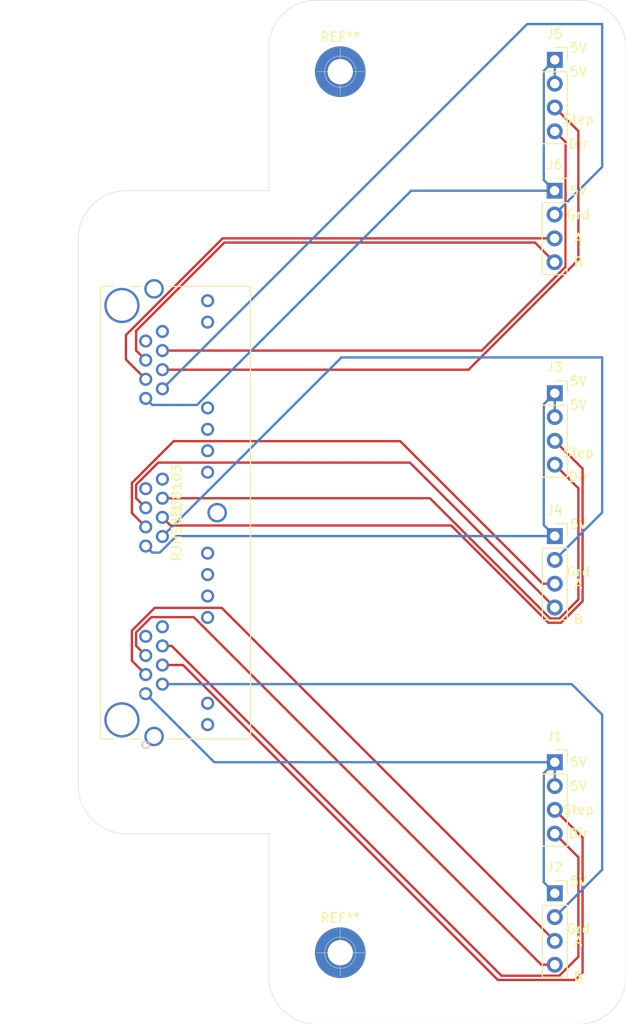
<source format=kicad_pcb>
(kicad_pcb (version 20220331) (generator pcbnew)
  (layers (0 "F.Cu" signal) (31 "B.Cu" signal) (34 "B.Paste" user) (35 "F.Paste" user) (36 "B.SilkS" user "B.Silkscreen") (37 "F.SilkS" user "F.Silkscreen") (38 "B.Mask" user) (39 "F.Mask" user) (44 "Edge.Cuts" user))
  (net 0 "")
  (net 1 "Net-(J1-Pin_1)")
  (net 2 "Net-(J1-Pin_3)")
  (net 3 "Net-(J1-Pin_4)")
  (net 4 "Net-(J2-Pin_2)")
  (net 5 "Net-(J2-Pin_3)")
  (net 6 "Net-(J2-Pin_4)")
  (net 7 "Net-(J3-Pin_1)")
  (net 8 "Net-(J3-Pin_3)")
  (net 9 "Net-(J3-Pin_4)")
  (net 10 "Net-(J4-Pin_2)")
  (net 11 "Net-(J4-Pin_3)")
  (net 12 "Net-(J4-Pin_4)")
  (net 13 "Net-(J5-Pin_1)")
  (net 14 "Net-(J5-Pin_3)")
  (net 15 "Net-(J5-Pin_4)")
  (net 16 "Net-(J6-Pin_2)")
  (net 17 "Net-(J6-Pin_3)")
  (net 18 "Net-(J6-Pin_4)")
  (footprint "footprints:RJHSE538103" (layer "F.Cu") (at 78.309001 91.751291 90)
    (fp_text reference "U1" (at 19.309989 3.299999 90) (layer "F.SilkS"))
    (fp_text value "RJHSE538103" (at 19.309989 3.299999 90) (layer "F.SilkS"))
    (fp_text user "*" (at 0 0 90) (layer "F.SilkS"))
    (fp_circle (center -5.455011 0) (end -5.074011 0) (stroke (width 0.12)) (fill none) (layer "B.SilkS"))
    (fp_line (start -4.820011 -4.827001) (end -4.820011 -3.419504) (stroke (width 0.12)) (layer "F.SilkS"))
    (fp_line (start -4.820011 -1.660501) (end -4.820011 -0.460266) (stroke (width 0.12)) (layer "F.SilkS"))
    (fp_line (start -4.820011 2.240278) (end -4.820011 11.174999) (stroke (width 0.12)) (layer "F.SilkS"))
    (fp_line (start -4.820011 11.174999) (end 43.439989 11.174999) (stroke (width 0.12)) (layer "F.SilkS"))
    (fp_line (start 43.439989 -4.827001) (end -4.820011 -4.827001) (stroke (width 0.12)) (layer "F.SilkS"))
    (fp_line (start 43.439989 -3.419504) (end 43.439989 -4.827001) (stroke (width 0.12)) (layer "F.SilkS"))
    (fp_line (start 43.439989 -0.460266) (end 43.439989 -1.660501) (stroke (width 0.12)) (layer "F.SilkS"))
    (fp_line (start 43.439989 11.174999) (end 43.439989 2.240278) (stroke (width 0.12)) (layer "F.SilkS"))
    (fp_arc (start -5.836011 -0.000538) (mid -5.724419 -0.269408) (end -5.455549 -0.381) (stroke (width 0.12)) (layer "F.SilkS"))
    (pad "1" thru_hole circle locked (at -0.000001 0 90) (size 1.397 1.397) (drill 0.889) (layers *.Cu *.Mask) (net 1 "Net-(J1-Pin_1)"))
    (pad "2" thru_hole circle locked (at 1.02 1.780032 90) (size 1.397 1.397) (drill 0.889) (layers *.Cu *.Mask) (net 4 "Net-(J2-Pin_2)"))
    (pad "3" thru_hole circle locked (at 2.04 0 90) (size 1.397 1.397) (drill 0.889) (layers *.Cu *.Mask) (net 5 "Net-(J2-Pin_3)"))
    (pad "4" thru_hole circle locked (at 3.060001 1.780032 90) (size 1.397 1.397) (drill 0.889) (layers *.Cu *.Mask) (net 2 "Net-(J1-Pin_3)"))
    (pad "5" thru_hole circle locked (at 4.079999 0 90) (size 1.397 1.397) (drill 0.889) (layers *.Cu *.Mask) (net 6 "Net-(J2-Pin_4)"))
    (pad "6" thru_hole circle locked (at 5.099999 1.780032 90) (size 1.397 1.397) (drill 0.889) (layers *.Cu *.Mask) (net 3 "Net-(J1-Pin_4)"))
    (pad "7" thru_hole circle locked (at 6.12 0 90) (size 1.397 1.397) (drill 0.889) (layers *.Cu *.Mask))
    (pad "8" thru_hole circle locked (at 7.14 1.780032 90) (size 1.397 1.397) (drill 0.889) (layers *.Cu *.Mask))
    (pad "9" thru_hole circle locked (at -3.299994 6.599997 90) (size 1.397 1.397) (drill 0.889) (layers *.Cu *.Mask))
    (pad "10" thru_hole circle locked (at -1.013994 6.599997 90) (size 1.397 1.397) (drill 0.889) (layers *.Cu *.Mask))
    (pad "11" thru_hole circle locked (at 8.134005 6.599997 90) (size 1.397 1.397) (drill 0.889) (layers *.Cu *.Mask))
    (pad "12" thru_hole circle locked (at 10.420005 6.599997 90) (size 1.397 1.397) (drill 0.889) (layers *.Cu *.Mask))
    (pad "13" thru_hole circle locked (at 12.706002 6.599997 90) (size 1.397 1.397) (drill 0.889) (layers *.Cu *.Mask))
    (pad "14" thru_hole circle locked (at 14.992002 6.599997 90) (size 1.397 1.397) (drill 0.889) (layers *.Cu *.Mask))
    (pad "15" thru_hole circle locked (at 15.75 0 90) (size 1.397 1.397) (drill 0.889) (layers *.Cu *.Mask) (net 7 "Net-(J3-Pin_1)"))
    (pad "16" thru_hole circle locked (at 16.77 1.780032 90) (size 1.397 1.397) (drill 0.889) (layers *.Cu *.Mask) (net 10 "Net-(J4-Pin_2)"))
    (pad "17" thru_hole circle locked (at 17.790001 0 90) (size 1.397 1.397) (drill 0.889) (layers *.Cu *.Mask) (net 11 "Net-(J4-Pin_3)"))
    (pad "18" thru_hole circle locked (at 18.810001 1.780032 90) (size 1.397 1.397) (drill 0.889) (layers *.Cu *.Mask) (net 8 "Net-(J3-Pin_3)"))
    (pad "19" thru_hole circle locked (at 19.829999 0 90) (size 1.397 1.397) (drill 0.889) (layers *.Cu *.Mask) (net 12 "Net-(J4-Pin_4)"))
    (pad "20" thru_hole circle locked (at 20.85 1.780032 90) (size 1.397 1.397) (drill 0.889) (layers *.Cu *.Mask) (net 9 "Net-(J3-Pin_4)"))
    (pad "21" thru_hole circle locked (at 21.87 0 90) (size 1.397 1.397) (drill 0.889) (layers *.Cu *.Mask))
    (pad "22" thru_hole circle locked (at 22.890001 1.780032 90) (size 1.397 1.397) (drill 0.889) (layers *.Cu *.Mask))
    (pad "23" thru_hole circle locked (at 23.627954 6.599997 90) (size 1.397 1.397) (drill 0.889) (layers *.Cu *.Mask))
    (pad "24" thru_hole circle locked (at 25.913954 6.599997 90) (size 1.397 1.397) (drill 0.889) (layers *.Cu *.Mask))
    (pad "25" thru_hole circle locked (at 28.199952 6.599997 90) (size 1.397 1.397) (drill 0.889) (layers *.Cu *.Mask))
    (pad "26" thru_hole circle locked (at 30.485952 6.599997 90) (size 1.397 1.397) (drill 0.889) (layers *.Cu *.Mask))
    (pad "27" thru_hole circle locked (at 31.5 0 90) (size 1.397 1.397) (drill 0.889) (layers *.Cu *.Mask) (net 13 "Net-(J5-Pin_1)"))
    (pad "28" thru_hole circle locked (at 32.52 1.780032 90) (size 1.397 1.397) (drill 0.889) (layers *.Cu *.Mask) (net 16 "Net-(J6-Pin_2)"))
    (pad "29" thru_hole circle locked (at 33.540001 0 90) (size 1.397 1.397) (drill 0.889) (layers *.Cu *.Mask) (net 17 "Net-(J6-Pin_3)"))
    (pad "30" thru_hole circle locked (at 34.560001 1.780032 90) (size 1.397 1.397) (drill 0.889) (layers *.Cu *.Mask) (net 14 "Net-(J5-Pin_3)"))
    (pad "31" thru_hole circle locked (at 35.579999 0 90) (size 1.397 1.397) (drill 0.889) (layers *.Cu *.Mask) (net 18 "Net-(J6-Pin_4)"))
    (pad "32" thru_hole circle locked (at 36.6 1.780032 90) (size 1.397 1.397) (drill 0.889) (layers *.Cu *.Mask) (net 15 "Net-(J5-Pin_4)"))
    (pad "33" thru_hole circle locked (at 37.62 0 90) (size 1.397 1.397) (drill 0.889) (layers *.Cu *.Mask))
    (pad "34" thru_hole circle locked (at 38.640001 1.780032 90) (size 1.397 1.397) (drill 0.889) (layers *.Cu *.Mask))
    (pad "35" thru_hole circle locked (at 39.633939 6.599997 90) (size 1.397 1.397) (drill 0.889) (layers *.Cu *.Mask))
    (pad "36" thru_hole circle locked (at 41.919939 6.599997 90) (size 1.397 1.397) (drill 0.889) (layers *.Cu *.Mask))
    (pad "37" thru_hole circle locked (at -2.790005 -2.540002 90) (size 3.7592 3.7592) (drill 3.2512) (layers *.Cu *.Mask))
    (pad "38" thru_hole circle locked (at -4.565008 0.890006 90) (size 2.0828 2.0828) (drill 1.5748) (layers *.Cu *.Mask))
    (pad "39" thru_hole circle locked (at 19.309989 7.620031 90) (size 2.0828 2.0828) (drill 1.5748) (layers *.Cu *.Mask))
    (pad "40" thru_hole circle locked (at 41.409983 -2.540002 90) (size 3.7592 3.7592) (drill 3.2512) (layers *.Cu *.Mask))
    (pad "41" thru_hole circle locked (at 43.184985 0.890006 90) (size 2.0828 2.0828) (drill 1.5748) (layers *.Cu *.Mask))
  )
  (footprint "MountingHole:MountingHole_2.7mm_Pad" (layer "F.Cu") (at 99.06 119.38)
    (fp_text reference "REF**" (at 0 -3.7) (layer "F.SilkS"))
    (fp_text value "MountingHole_2.7mm_Pad")
    (pad "1" thru_hole circle (at 0 0) (size 5.4 5.4) (drill 2.7) (layers *.Cu *.Mask))
  )
  (footprint "Connector_PinSocket_2.54mm:PinSocket_1x04_P2.54mm_Vertical" (layer "F.Cu") (at 121.945 74.94)
    (fp_text reference "J4" (at 0 -2.77) (layer "F.SilkS"))
    (fp_text value "Conn_01x04" hide)
    (fp_line (start -1.33 1.27) (end -1.33 8.95) (stroke (width 0.12)) (layer "F.SilkS"))
    (fp_line (start -1.33 1.27) (end 1.33 1.27) (stroke (width 0.12)) (layer "F.SilkS"))
    (fp_line (start -1.33 8.95) (end 1.33 8.95) (stroke (width 0.12)) (layer "F.SilkS"))
    (fp_line (start 0 -1.33) (end 1.33 -1.33) (stroke (width 0.12)) (layer "F.SilkS"))
    (fp_line (start 1.33 -1.33) (end 1.33 0) (stroke (width 0.12)) (layer "F.SilkS"))
    (fp_line (start 1.33 1.27) (end 1.33 8.95) (stroke (width 0.12)) (layer "F.SilkS"))
    (pad "1" thru_hole rect (at 0 0) (size 1.7 1.7) (drill 1) (layers *.Cu *.Mask) (net 7 "Net-(J3-Pin_1)"))
    (pad "2" thru_hole oval (at 0 2.54) (size 1.7 1.7) (drill 1) (layers *.Cu *.Mask) (net 10 "Net-(J4-Pin_2)"))
    (pad "3" thru_hole oval (at 0 5.08) (size 1.7 1.7) (drill 1) (layers *.Cu *.Mask) (net 11 "Net-(J4-Pin_3)"))
    (pad "4" thru_hole oval (at 0 7.62) (size 1.7 1.7) (drill 1) (layers *.Cu *.Mask) (net 12 "Net-(J4-Pin_4)"))
  )
  (footprint "Connector_PinSocket_2.54mm:PinSocket_1x04_P2.54mm_Vertical" (layer "F.Cu") (at 121.92 38.1)
    (fp_text reference "J6" (at 0 -2.77) (layer "F.SilkS"))
    (fp_text value "Conn_01x04" hide)
    (fp_line (start -1.33 1.27) (end -1.33 8.95) (stroke (width 0.12)) (layer "F.SilkS"))
    (fp_line (start -1.33 1.27) (end 1.33 1.27) (stroke (width 0.12)) (layer "F.SilkS"))
    (fp_line (start -1.33 8.95) (end 1.33 8.95) (stroke (width 0.12)) (layer "F.SilkS"))
    (fp_line (start 0 -1.33) (end 1.33 -1.33) (stroke (width 0.12)) (layer "F.SilkS"))
    (fp_line (start 1.33 -1.33) (end 1.33 0) (stroke (width 0.12)) (layer "F.SilkS"))
    (fp_line (start 1.33 1.27) (end 1.33 8.95) (stroke (width 0.12)) (layer "F.SilkS"))
    (pad "1" thru_hole rect (at 0 0) (size 1.7 1.7) (drill 1) (layers *.Cu *.Mask) (net 13 "Net-(J5-Pin_1)"))
    (pad "2" thru_hole oval (at 0 2.54) (size 1.7 1.7) (drill 1) (layers *.Cu *.Mask) (net 16 "Net-(J6-Pin_2)"))
    (pad "3" thru_hole oval (at 0 5.08) (size 1.7 1.7) (drill 1) (layers *.Cu *.Mask) (net 17 "Net-(J6-Pin_3)"))
    (pad "4" thru_hole oval (at 0 7.62) (size 1.7 1.7) (drill 1) (layers *.Cu *.Mask) (net 18 "Net-(J6-Pin_4)"))
  )
  (footprint "Connector_PinSocket_2.54mm:PinSocket_1x04_P2.54mm_Vertical" (layer "F.Cu") (at 121.945 24.14)
    (fp_text reference "J5" (at 0 -2.77) (layer "F.SilkS"))
    (fp_text value "Conn_01x04" hide)
    (fp_line (start -1.33 1.27) (end -1.33 8.95) (stroke (width 0.12)) (layer "F.SilkS"))
    (fp_line (start -1.33 1.27) (end 1.33 1.27) (stroke (width 0.12)) (layer "F.SilkS"))
    (fp_line (start -1.33 8.95) (end 1.33 8.95) (stroke (width 0.12)) (layer "F.SilkS"))
    (fp_line (start 0 -1.33) (end 1.33 -1.33) (stroke (width 0.12)) (layer "F.SilkS"))
    (fp_line (start 1.33 -1.33) (end 1.33 0) (stroke (width 0.12)) (layer "F.SilkS"))
    (fp_line (start 1.33 1.27) (end 1.33 8.95) (stroke (width 0.12)) (layer "F.SilkS"))
    (pad "1" thru_hole rect (at 0 0) (size 1.7 1.7) (drill 1) (layers *.Cu *.Mask) (net 13 "Net-(J5-Pin_1)"))
    (pad "2" thru_hole oval (at 0 2.54) (size 1.7 1.7) (drill 1) (layers *.Cu *.Mask) (net 13 "Net-(J5-Pin_1)"))
    (pad "3" thru_hole oval (at 0 5.08) (size 1.7 1.7) (drill 1) (layers *.Cu *.Mask) (net 14 "Net-(J5-Pin_3)"))
    (pad "4" thru_hole oval (at 0 7.62) (size 1.7 1.7) (drill 1) (layers *.Cu *.Mask) (net 15 "Net-(J5-Pin_4)"))
  )
  (footprint "MountingHole:MountingHole_2.7mm_Pad" (layer "F.Cu") (at 99.06 25.4)
    (fp_text reference "REF**" (at 0 -3.7) (layer "F.SilkS"))
    (fp_text value "MountingHole_2.7mm_Pad")
    (pad "1" thru_hole circle (at 0 0) (size 5.4 5.4) (drill 2.7) (layers *.Cu *.Mask))
  )
  (footprint "Connector_PinSocket_2.54mm:PinSocket_1x04_P2.54mm_Vertical" (layer "F.Cu") (at 121.945 99.06)
    (fp_text reference "J1" (at 0 -2.77) (layer "F.SilkS"))
    (fp_text value "Conn_01x04" hide)
    (fp_line (start -1.33 1.27) (end -1.33 8.95) (stroke (width 0.12)) (layer "F.SilkS"))
    (fp_line (start -1.33 1.27) (end 1.33 1.27) (stroke (width 0.12)) (layer "F.SilkS"))
    (fp_line (start -1.33 8.95) (end 1.33 8.95) (stroke (width 0.12)) (layer "F.SilkS"))
    (fp_line (start 0 -1.33) (end 1.33 -1.33) (stroke (width 0.12)) (layer "F.SilkS"))
    (fp_line (start 1.33 -1.33) (end 1.33 0) (stroke (width 0.12)) (layer "F.SilkS"))
    (fp_line (start 1.33 1.27) (end 1.33 8.95) (stroke (width 0.12)) (layer "F.SilkS"))
    (pad "1" thru_hole rect (at 0 0) (size 1.7 1.7) (drill 1) (layers *.Cu *.Mask) (net 1 "Net-(J1-Pin_1)"))
    (pad "2" thru_hole oval (at 0 2.54) (size 1.7 1.7) (drill 1) (layers *.Cu *.Mask) (net 1 "Net-(J1-Pin_1)"))
    (pad "3" thru_hole oval (at 0 5.08) (size 1.7 1.7) (drill 1) (layers *.Cu *.Mask) (net 2 "Net-(J1-Pin_3)"))
    (pad "4" thru_hole oval (at 0 7.62) (size 1.7 1.7) (drill 1) (layers *.Cu *.Mask) (net 3 "Net-(J1-Pin_4)"))
  )
  (footprint "Connector_PinSocket_2.54mm:PinSocket_1x04_P2.54mm_Vertical" (layer "F.Cu") (at 121.945 59.7)
    (fp_text reference "J3" (at 0 -2.77) (layer "F.SilkS"))
    (fp_text value "Conn_01x04" hide)
    (fp_line (start -1.33 1.27) (end -1.33 8.95) (stroke (width 0.12)) (layer "F.SilkS"))
    (fp_line (start -1.33 1.27) (end 1.33 1.27) (stroke (width 0.12)) (layer "F.SilkS"))
    (fp_line (start -1.33 8.95) (end 1.33 8.95) (stroke (width 0.12)) (layer "F.SilkS"))
    (fp_line (start 0 -1.33) (end 1.33 -1.33) (stroke (width 0.12)) (layer "F.SilkS"))
    (fp_line (start 1.33 -1.33) (end 1.33 0) (stroke (width 0.12)) (layer "F.SilkS"))
    (fp_line (start 1.33 1.27) (end 1.33 8.95) (stroke (width 0.12)) (layer "F.SilkS"))
    (pad "1" thru_hole rect (at 0 0) (size 1.7 1.7) (drill 1) (layers *.Cu *.Mask) (net 7 "Net-(J3-Pin_1)"))
    (pad "2" thru_hole oval (at 0 2.54) (size 1.7 1.7) (drill 1) (layers *.Cu *.Mask) (net 7 "Net-(J3-Pin_1)"))
    (pad "3" thru_hole oval (at 0 5.08) (size 1.7 1.7) (drill 1) (layers *.Cu *.Mask) (net 8 "Net-(J3-Pin_3)"))
    (pad "4" thru_hole oval (at 0 7.62) (size 1.7 1.7) (drill 1) (layers *.Cu *.Mask) (net 9 "Net-(J3-Pin_4)"))
  )
  (footprint "Connector_PinSocket_2.54mm:PinSocket_1x04_P2.54mm_Vertical" (layer "F.Cu") (at 121.945 113.04)
    (fp_text reference "J2" (at 0 -2.77) (layer "F.SilkS"))
    (fp_text value "Conn_01x04" hide)
    (fp_line (start -1.33 1.27) (end -1.33 8.95) (stroke (width 0.12)) (layer "F.SilkS"))
    (fp_line (start -1.33 1.27) (end 1.33 1.27) (stroke (width 0.12)) (layer "F.SilkS"))
    (fp_line (start -1.33 8.95) (end 1.33 8.95) (stroke (width 0.12)) (layer "F.SilkS"))
    (fp_line (start 0 -1.33) (end 1.33 -1.33) (stroke (width 0.12)) (layer "F.SilkS"))
    (fp_line (start 1.33 -1.33) (end 1.33 0) (stroke (width 0.12)) (layer "F.SilkS"))
    (fp_line (start 1.33 1.27) (end 1.33 8.95) (stroke (width 0.12)) (layer "F.SilkS"))
    (pad "1" thru_hole rect (at 0 0) (size 1.7 1.7) (drill 1) (layers *.Cu *.Mask) (net 1 "Net-(J1-Pin_1)"))
    (pad "2" thru_hole oval (at 0 2.54) (size 1.7 1.7) (drill 1) (layers *.Cu *.Mask) (net 4 "Net-(J2-Pin_2)"))
    (pad "3" thru_hole oval (at 0 5.08) (size 1.7 1.7) (drill 1) (layers *.Cu *.Mask) (net 5 "Net-(J2-Pin_3)"))
    (pad "4" thru_hole oval (at 0 7.62) (size 1.7 1.7) (drill 1) (layers *.Cu *.Mask) (net 6 "Net-(J2-Pin_4)"))
  )
  (gr_arc (start 91.44 22.86) (mid 92.927898 19.267898) (end 96.52 17.78) (stroke (width 0.05)) (layer "Edge.Cuts"))
  (gr_line (start 96.52 17.78) (end 124.46 17.78) (stroke (width 0.05)) (layer "Edge.Cuts"))
  (gr_line (start 129.54 119.38) (end 129.54 121.92) (stroke (width 0.05)) (layer "Edge.Cuts"))
  (gr_line (start 76.2 38.1) (end 91.44 38.1) (stroke (width 0.05)) (layer "Edge.Cuts"))
  (gr_line (start 129.54 22.86) (end 129.54 119.38) (stroke (width 0.05)) (layer "Edge.Cuts"))
  (gr_line (start 124.46 127) (end 101.6 127) (stroke (width 0.05)) (layer "Edge.Cuts"))
  (gr_arc (start 129.54 121.92) (mid 128.052102 125.512102) (end 124.46 127) (stroke (width 0.05)) (layer "Edge.Cuts"))
  (gr_line (start 101.6 127) (end 96.52 127) (stroke (width 0.05)) (layer "Edge.Cuts"))
  (gr_arc (start 124.46 17.78) (mid 128.052102 19.267898) (end 129.54 22.86) (stroke (width 0.05)) (layer "Edge.Cuts"))
  (gr_arc (start 71.12 43.18) (mid 72.607898 39.587898) (end 76.2 38.1) (stroke (width 0.05)) (layer "Edge.Cuts"))
  (gr_line (start 91.44 106.68) (end 91.44 121.92) (stroke (width 0.05)) (layer "Edge.Cuts"))
  (gr_line (start 71.12 43.18) (end 71.12 101.6) (stroke (width 0.05)) (layer "Edge.Cuts"))
  (gr_arc (start 96.52 127) (mid 92.927898 125.512102) (end 91.44 121.92) (stroke (width 0.05)) (layer "Edge.Cuts"))
  (gr_line (start 76.2 106.68) (end 91.44 106.68) (stroke (width 0.05)) (layer "Edge.Cuts"))
  (gr_line (start 91.44 38.1) (end 91.44 22.86) (stroke (width 0.05)) (layer "Edge.Cuts"))
  (gr_arc (start 76.2 106.68) (mid 72.607898 105.192102) (end 71.12 101.6) (stroke (width 0.05)) (layer "Edge.Cuts"))
  (gr_text "Step\n" (at 124.46 104.14) (layer "F.SilkS") (effects (font (size 1 1))))
  (gr_text "5V" (at 124.46 101.6) (layer "F.SilkS") (effects (font (size 1 1))))
  (gr_text "Grd" (at 124.46 40.64) (layer "F.SilkS") (effects (font (size 1 1))))
  (gr_text "5V" (at 124.46 38.1) (layer "F.SilkS") (effects (font (size 1 1))))
  (gr_text "Grd" (at 124.46 116.84) (layer "F.SilkS") (effects (font (size 1 1))))
  (gr_text "5V" (at 124.46 22.86) (layer "F.SilkS") (effects (font (size 1 1))))
  (gr_text "A" (at 124.46 43.18) (layer "F.SilkS") (effects (font (size 1 1))))
  (gr_text "B" (at 124.46 121.92) (layer "F.SilkS") (effects (font (size 1 1))))
  (gr_text "A" (at 124.46 80.05) (layer "F.SilkS") (effects (font (size 1 1))))
  (gr_text "Dir" (at 124.46 68.65) (layer "F.SilkS") (effects (font (size 1 1))))
  (gr_text "Dir" (at 124.46 33.09) (layer "F.SilkS") (effects (font (size 1 1))))
  (gr_text "Step\n" (at 124.46 66.04) (layer "F.SilkS") (effects (font (size 1 1))))
  (gr_text "Dir" (at 124.46 106.68) (layer "F.SilkS") (effects (font (size 1 1))))
  (gr_text "5V" (at 124.46 111.76) (layer "F.SilkS") (effects (font (size 1 1))))
  (gr_text "B" (at 124.46 45.72) (layer "F.SilkS") (effects (font (size 1 1))))
  (gr_text "5V" (at 124.46 99.06) (layer "F.SilkS") (effects (font (size 1 1))))
  (gr_text "Grd" (at 124.46 78.74) (layer "F.SilkS") (effects (font (size 1 1))))
  (gr_text "5V" (at 124.46 58.42) (layer "F.SilkS") (effects (font (size 1 1))))
  (gr_text "5V" (at 124.46 25.4) (layer "F.SilkS") (effects (font (size 1 1))))
  (gr_text "B" (at 124.46 83.82) (layer "F.SilkS") (effects (font (size 1 1))))
  (gr_text "5V" (at 124.46 60.96) (layer "F.SilkS") (effects (font (size 1 1))))
  (gr_text "5V" (at 124.46 73.66) (layer "F.SilkS") (effects (font (size 1 1))))
  (gr_text "A" (at 124.46 118.15) (layer "F.SilkS") (effects (font (size 1 1))))
  (gr_text "Step\n" (at 124.46 30.48) (layer "F.SilkS") (effects (font (size 1 1))))
  (target plus (at 99.06 119.38) (size 5) (width 0.05) (layer "Edge.Cuts"))
  (target plus (at 99.06 25.4) (size 5) (width 0.05) (layer "Edge.Cuts"))
  (segment (start 120.770489 100.234511) (end 120.770489 111.865489) (width 0.25) (layer "B.Cu") (net 1))
  (segment (start 121.945 99.06) (end 121.945 101.6) (width 0.25) (layer "B.Cu") (net 1))
  (segment (start 121.945 99.06) (end 120.770489 100.234511) (width 0.25) (layer "B.Cu") (net 1))
  (segment (start 85.617709 99.06) (end 121.945 99.06) (width 0.25) (layer "B.Cu") (net 1))
  (segment (start 120.770489 111.865489) (end 121.945 113.04) (width 0.25) (layer "B.Cu") (net 1))
  (segment (start 78.309001 91.751292) (end 85.617709 99.06) (width 0.25) (layer "B.Cu") (net 1))
  (segment (start 124.90952 121.47048) (end 124.90952 107.10452) (width 0.25) (layer "F.Cu") (net 2))
  (segment (start 115.874501 122.284031) (end 124.095969 122.284031) (width 0.25) (layer "F.Cu") (net 2))
  (segment (start 124.095969 122.284031) (end 124.90952 121.47048) (width 0.25) (layer "F.Cu") (net 2))
  (segment (start 124.90952 107.10452) (end 121.945 104.14) (width 0.25) (layer "F.Cu") (net 2))
  (segment (start 82.28176 88.69129) (end 115.874501 122.284031) (width 0.25) (layer "F.Cu") (net 2))
  (segment (start 80.089033 88.69129) (end 82.28176 88.69129) (width 0.25) (layer "F.Cu") (net 2))
  (segment (start 124.46 109.195) (end 121.945 106.68) (width 0.25) (layer "F.Cu") (net 3))
  (segment (start 80.089033 86.651292) (end 81.076861 86.651292) (width 0.25) (layer "F.Cu") (net 3))
  (segment (start 124.46 119.80601) (end 124.46 109.195) (width 0.25) (layer "F.Cu") (net 3))
  (segment (start 81.076861 86.651292) (end 116.26008 121.834511) (width 0.25) (layer "F.Cu") (net 3))
  (segment (start 116.26008 121.834511) (end 122.431499 121.834511) (width 0.25) (layer "F.Cu") (net 3))
  (segment (start 122.431499 121.834511) (end 124.46 119.80601) (width 0.25) (layer "F.Cu") (net 3))
  (segment (start 80.089033 90.731291) (end 123.751291 90.731291) (width 0.25) (layer "B.Cu") (net 4))
  (segment (start 127 93.98) (end 127 110.525) (width 0.25) (layer "B.Cu") (net 4))
  (segment (start 123.751291 90.731291) (end 127 93.98) (width 0.25) (layer "B.Cu") (net 4))
  (segment (start 127 110.525) (end 121.945 115.58) (width 0.25) (layer "B.Cu") (net 4))
  (segment (start 79.263542 82.594275) (end 86.419275 82.594275) (width 0.25) (layer "F.Cu") (net 5))
  (segment (start 76.83647 88.23876) (end 76.83647 85.021347) (width 0.25) (layer "F.Cu") (net 5))
  (segment (start 78.309001 89.711291) (end 76.83647 88.23876) (width 0.25) (layer "F.Cu") (net 5))
  (segment (start 76.83647 85.021347) (end 79.263542 82.594275) (width 0.25) (layer "F.Cu") (net 5))
  (segment (start 86.419275 82.594275) (end 121.945 118.12) (width 0.25) (layer "F.Cu") (net 5))
  (segment (start 77.28599 85.207545) (end 78.905255 83.58828) (width 0.25) (layer "F.Cu") (net 6))
  (segment (start 78.309001 87.671292) (end 77.28599 86.648281) (width 0.25) (layer "F.Cu") (net 6))
  (segment (start 77.28599 86.648281) (end 77.28599 85.207545) (width 0.25) (layer "F.Cu") (net 6))
  (segment (start 83.433235 83.58828) (end 120.504955 120.66) (width 0.25) (layer "F.Cu") (net 6))
  (segment (start 78.905255 83.58828) (end 83.433235 83.58828) (width 0.25) (layer "F.Cu") (net 6))
  (segment (start 120.504955 120.66) (end 121.945 120.66) (width 0.25) (layer "F.Cu") (net 6))
  (segment (start 78.309001 76.001291) (end 79.007501 76.699791) (width 0.25) (layer "B.Cu") (net 7))
  (segment (start 121.945 59.7) (end 120.770489 60.874511) (width 0.25) (layer "B.Cu") (net 7))
  (segment (start 120.770489 60.874511) (end 120.770489 73.765489) (width 0.25) (layer "B.Cu") (net 7))
  (segment (start 121.945 59.7) (end 121.945 62.24) (width 0.25) (layer "B.Cu") (net 7))
  (segment (start 81.577081 74.94) (end 121.945 74.94) (width 0.25) (layer "B.Cu") (net 7))
  (segment (start 79.81729 76.699791) (end 81.577081 74.94) (width 0.25) (layer "B.Cu") (net 7))
  (segment (start 120.770489 73.765489) (end 121.945 74.94) (width 0.25) (layer "B.Cu") (net 7))
  (segment (start 79.007501 76.699791) (end 79.81729 76.699791) (width 0.25) (layer "B.Cu") (net 7))
  (segment (start 124.90952 81.892207) (end 124.90952 67.74452) (width 0.25) (layer "F.Cu") (net 8))
  (segment (start 124.90952 67.74452) (end 121.945 64.78) (width 0.25) (layer "F.Cu") (net 8))
  (segment (start 121.272304 84.184031) (end 122.617696 84.184031) (width 0.25) (layer "F.Cu") (net 8))
  (segment (start 110.895485 73.807213) (end 121.272304 84.184031) (width 0.25) (layer "F.Cu") (net 8))
  (segment (start 122.617696 84.184031) (end 124.90952 81.892207) (width 0.25) (layer "F.Cu") (net 8))
  (segment (start 80.089033 72.94129) (end 80.954956 73.807213) (width 0.25) (layer "F.Cu") (net 8))
  (segment (start 80.954956 73.807213) (end 110.895485 73.807213) (width 0.25) (layer "F.Cu") (net 8))
  (segment (start 124.46 81.70601) (end 124.46 69.835) (width 0.25) (layer "F.Cu") (net 9))
  (segment (start 108.625281 70.901291) (end 121.458501 83.734511) (width 0.25) (layer "F.Cu") (net 9))
  (segment (start 80.089033 70.901291) (end 108.625281 70.901291) (width 0.25) (layer "F.Cu") (net 9))
  (segment (start 121.458501 83.734511) (end 122.431499 83.734511) (width 0.25) (layer "F.Cu") (net 9))
  (segment (start 122.431499 83.734511) (end 124.46 81.70601) (width 0.25) (layer "F.Cu") (net 9))
  (segment (start 124.46 69.835) (end 121.945 67.32) (width 0.25) (layer "F.Cu") (net 9))
  (segment (start 80.089033 74.981291) (end 99.190324 55.88) (width 0.25) (layer "B.Cu") (net 10))
  (segment (start 99.190324 55.88) (end 127 55.88) (width 0.25) (layer "B.Cu") (net 10))
  (segment (start 127 55.88) (end 127 72.425) (width 0.25) (layer "B.Cu") (net 10))
  (segment (start 127 72.425) (end 121.945 77.48) (width 0.25) (layer "B.Cu") (net 10))
  (segment (start 76.83647 72.488759) (end 76.83647 69.271347) (width 0.25) (layer "F.Cu") (net 11))
  (segment (start 105.454326 64.814326) (end 120.66 80.02) (width 0.25) (layer "F.Cu") (net 11))
  (segment (start 120.66 80.02) (end 121.945 80.02) (width 0.25) (layer "F.Cu") (net 11))
  (segment (start 81.293491 64.814326) (end 105.454326 64.814326) (width 0.25) (layer "F.Cu") (net 11))
  (segment (start 76.83647 69.271347) (end 81.293491 64.814326) (width 0.25) (layer "F.Cu") (net 11))
  (segment (start 78.309001 73.96129) (end 76.83647 72.488759) (width 0.25) (layer "F.Cu") (net 11))
  (segment (start 106.485326 67.100326) (end 121.945 82.56) (width 0.25) (layer "F.Cu") (net 12))
  (segment (start 77.28599 69.457545) (end 79.643209 67.100326) (width 0.25) (layer "F.Cu") (net 12))
  (segment (start 78.309001 71.921292) (end 77.28599 70.898281) (width 0.25) (layer "F.Cu") (net 12))
  (segment (start 79.643209 67.100326) (end 106.485326 67.100326) (width 0.25) (layer "F.Cu") (net 12))
  (segment (start 77.28599 70.898281) (end 77.28599 69.457545) (width 0.25) (layer "F.Cu") (net 12))
  (segment (start 79.007501 60.949791) (end 83.777789 60.949791) (width 0.25) (layer "B.Cu") (net 13))
  (segment (start 78.309001 60.251291) (end 79.007501 60.949791) (width 0.25) (layer "B.Cu") (net 13))
  (segment (start 121.945 24.14) (end 121.945 26.68) (width 0.25) (layer "B.Cu") (net 13))
  (segment (start 121.945 24.14) (end 120.770489 25.314511) (width 0.25) (layer "B.Cu") (net 13))
  (segment (start 120.770489 25.314511) (end 120.770489 36.950489) (width 0.25) (layer "B.Cu") (net 13))
  (segment (start 120.770489 36.950489) (end 121.92 38.1) (width 0.25) (layer "B.Cu") (net 13))
  (segment (start 83.777789 60.949791) (end 106.62758 38.1) (width 0.25) (layer "B.Cu") (net 13))
  (segment (start 106.62758 38.1) (end 121.92 38.1) (width 0.25) (layer "B.Cu") (net 13))
  (segment (start 112.745437 57.19129) (end 124.46 45.476727) (width 0.25) (layer "F.Cu") (net 14))
  (segment (start 124.46 31.735) (end 121.945 29.22) (width 0.25) (layer "F.Cu") (net 14))
  (segment (start 80.089033 57.19129) (end 112.745437 57.19129) (width 0.25) (layer "F.Cu") (net 14))
  (segment (start 124.46 45.476727) (end 124.46 31.735) (width 0.25) (layer "F.Cu") (net 14))
  (segment (start 80.089033 55.151291) (end 114.149719 55.151291) (width 0.25) (layer "F.Cu") (net 15))
  (segment (start 123.094511 32.909511) (end 121.945 31.76) (width 0.25) (layer "F.Cu") (net 15))
  (segment (start 114.149719 55.151291) (end 123.094511 46.206499) (width 0.25) (layer "F.Cu") (net 15))
  (segment (start 123.094511 46.206499) (end 123.094511 32.909511) (width 0.25) (layer "F.Cu") (net 15))
  (segment (start 119.000324 20.32) (end 127 20.32) (width 0.25) (layer "B.Cu") (net 16))
  (segment (start 80.089033 59.231291) (end 119.000324 20.32) (width 0.25) (layer "B.Cu") (net 16))
  (segment (start 127 35.56) (end 121.92 40.64) (width 0.25) (layer "B.Cu") (net 16))
  (segment (start 127 20.32) (end 127 35.56) (width 0.25) (layer "B.Cu") (net 16))
  (segment (start 76.2 56.102289) (end 76.2 53.497004) (width 0.25) (layer "F.Cu") (net 17))
  (segment (start 78.309001 58.21129) (end 76.2 56.102289) (width 0.25) (layer "F.Cu") (net 17))
  (segment (start 76.2 53.497004) (end 86.517004 43.18) (width 0.25) (layer "F.Cu") (net 17))
  (segment (start 86.517004 43.18) (end 121.92 43.18) (width 0.25) (layer "F.Cu") (net 17))
  (segment (start 77.28599 55.148281) (end 77.28599 53.046732) (width 0.25) (layer "F.Cu") (net 18))
  (segment (start 86.703202 43.62952) (end 119.82952 43.62952) (width 0.25) (layer "F.Cu") (net 18))
  (segment (start 77.28599 53.046732) (end 86.703202 43.62952) (width 0.25) (layer "F.Cu") (net 18))
  (segment (start 78.309001 56.171292) (end 77.28599 55.148281) (width 0.25) (layer "F.Cu") (net 18))
  (segment (start 119.82952 43.62952) (end 121.92 45.72) (width 0.25) (layer "F.Cu") (net 18))
)
</source>
